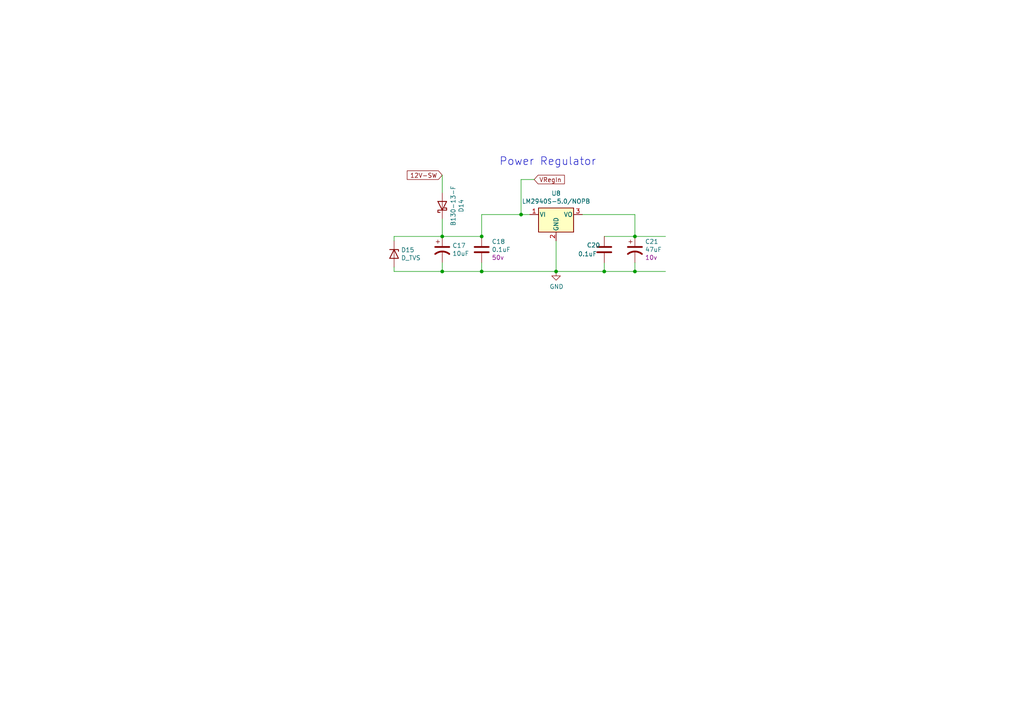
<source format=kicad_sch>
(kicad_sch (version 20211123) (generator eeschema)
  (paper "A4")
  (title_block (title "0.4") (date "2021-03-27") (rev "4d") (company "Speeduino"))
  (lib_symbols
    (symbol "Device:C" (pin_numbers hide) (pin_names (offset 0.254))
      (property "Reference" "C" (at 0.635 2.54 0))
      (property "Value" "C" (at 0.635 -2.54 0))
      (symbol "C_0_1"
        (polyline (pts (xy -2.032 -0.762) (xy 2.032 -0.762)) (stroke (width 0.508)))
        (polyline (pts (xy -2.032 0.762) (xy 2.032 0.762)) (stroke (width 0.508)))
      )
      (symbol "C_1_1"
        (pin passive line (at 0 3.81 270) (length 2.794) (name "~") (number "1"))
        (pin passive line (at 0 -3.81 90) (length 2.794) (name "~") (number "2"))
      )
    )
    (symbol "Device:D_Schottky" (pin_numbers hide) (pin_names (offset 1.016) hide)
      (property "Reference" "D" (at 0 2.54 0))
      (property "Value" "D_Schottky" (at 0 -2.54 0))
      (symbol "D_Schottky_0_1"
        (polyline (pts (xy 1.27 0) (xy -1.27 0)))
        (polyline (pts (xy 1.27 1.27) (xy 1.27 -1.27) (xy -1.27 0) (xy 1.27 1.27)) (stroke (width 0.254)))
        (polyline (pts (xy -1.905 0.635) (xy -1.905 1.27) (xy -1.27 1.27) (xy -1.27 -1.27) (xy -0.635 -1.27) (xy -0.635 -0.635)) (stroke (width 0.254)))
      )
      (symbol "D_Schottky_1_1"
        (pin passive line (at -3.81 0 0) (length 2.54) (name "K") (number "1"))
        (pin passive line (at 3.81 0 180) (length 2.54) (name "A") (number "2"))
      )
    )
    (symbol "Device:D_Zener" (pin_numbers hide) (pin_names (offset 1.016) hide)
      (property "Reference" "D" (at 0 2.54 0))
      (property "Value" "D_Zener" (at 0 -2.54 0))
      (symbol "D_Zener_0_1"
        (polyline (pts (xy 1.27 0) (xy -1.27 0)))
        (polyline (pts (xy -1.27 -1.27) (xy -1.27 1.27) (xy -0.762 1.27)) (stroke (width 0.254)))
        (polyline (pts (xy 1.27 -1.27) (xy 1.27 1.27) (xy -1.27 0) (xy 1.27 -1.27)) (stroke (width 0.254)))
      )
      (symbol "D_Zener_1_1"
        (pin passive line (at -3.81 0 0) (length 2.54) (name "K") (number "1"))
        (pin passive line (at 3.81 0 180) (length 2.54) (name "A") (number "2"))
      )
    )
    (symbol "Regulator_Linear:LM2937xS" (pin_names (offset 0.254))
      (property "Reference" "U" (at -3.81 3.175 0))
      (property "Value" "LM2937xS" (at 0 3.175 0))
      (symbol "LM2937xS_0_1"
        (rectangle (start -5.08 -5.08) (end 5.08 1.905) (stroke (width 0.254)) (fill (type background)))
      )
      (symbol "LM2937xS_1_1"
        (pin power_in line (at -7.62 0 0) (length 2.54) (name "VI") (number "1"))
        (pin power_in line (at 0 -7.62 90) (length 2.54) (name "GND") (number "2"))
        (pin power_out line (at 7.62 0 180) (length 2.54) (name "VO") (number "3"))
      )
    )
    (symbol "power:GND" (power) (pin_names (offset 0))
      (property "Value" "GND" (at 0 -3.81 0))
      (symbol "GND_0_1"
        (polyline (pts (xy 0 0) (xy 0 -1.27) (xy 1.27 -1.27) (xy 0 -2.54) (xy -1.27 -1.27) (xy 0 -1.27)))
      )
      (symbol "GND_1_1"
        (pin power_in line (at 0 0 270) (length 0) hide (name "GND") (number "1"))
      )
    )
    (symbol "v0.4.4d-rescue:CP1-Device" (pin_numbers hide) (pin_names (offset 0.254) hide)
      (property "Reference" "C" (at 0.635 2.54 0))
      (property "Value" "CP1-Device" (at 0.635 -2.54 0))
      (symbol "CP1-Device_0_1"
        (polyline (pts (xy -2.032 0.762) (xy 2.032 0.762)) (stroke (width 0.508)))
        (polyline (pts (xy -1.778 2.286) (xy -0.762 2.286)))
        (polyline (pts (xy -1.27 1.778) (xy -1.27 2.794)))
        (arc (start 2.032 -1.27) (mid 0 -0.5572) (end -2.032 -1.27) (stroke (width 0.508)))
      )
      (symbol "CP1-Device_1_1"
        (pin passive line (at 0 3.81 270) (length 2.794) (name "~") (number "1"))
        (pin passive line (at 0 -3.81 90) (length 3.302) (name "~") (number "2"))
      )
    )
  )
  (junction (at 128.27 78.74))
  (junction (at 139.7 68.58))
  (junction (at 184.15 68.58))
  (junction (at 184.15 78.74))
  (junction (at 151.13 62.23))
  (junction (at 161.29 78.74))
  (junction (at 128.27 68.58))
  (junction (at 139.7 78.74))
  (junction (at 175.26 78.74))
  (wire (pts (xy 128.27 78.74) (xy 139.7 78.74)))
  (wire (pts (xy 154.94 52.07) (xy 151.13 52.07)))
  (wire (pts (xy 114.3 78.74) (xy 114.3 77.47)))
  (wire (pts (xy 128.27 68.58) (xy 139.7 68.58)))
  (wire (pts (xy 184.15 62.23) (xy 184.15 68.58)))
  (wire (pts (xy 128.27 63.5) (xy 128.27 68.58)))
  (wire (pts (xy 128.27 50.8) (xy 128.27 55.88)))
  (wire (pts (xy 175.26 68.58) (xy 184.15 68.58)))
  (wire (pts (xy 128.27 76.2) (xy 128.27 78.74)))
  (wire (pts (xy 161.29 69.85) (xy 161.29 78.74)))
  (wire (pts (xy 151.13 52.07) (xy 151.13 62.23)))
  (wire (pts (xy 139.7 78.74) (xy 161.29 78.74)))
  (wire (pts (xy 114.3 68.58) (xy 128.27 68.58)))
  (wire (pts (xy 184.15 78.74) (xy 175.26 78.74)))
  (wire (pts (xy 184.15 76.2) (xy 184.15 78.74)))
  (wire (pts (xy 114.3 68.58) (xy 114.3 69.85)))
  (wire (pts (xy 168.91 62.23) (xy 184.15 62.23)))
  (wire (pts (xy 193.04 78.74) (xy 184.15 78.74)))
  (wire (pts (xy 193.04 68.58) (xy 184.15 68.58)))
  (wire (pts (xy 139.7 68.58) (xy 139.7 62.23)))
  (wire (pts (xy 139.7 76.2) (xy 139.7 78.74)))
  (wire (pts (xy 114.3 78.74) (xy 128.27 78.74)))
  (wire (pts (xy 175.26 76.2) (xy 175.26 78.74)))
  (wire (pts (xy 139.7 62.23) (xy 151.13 62.23)))
  (wire (pts (xy 153.67 62.23) (xy 151.13 62.23)))
  (wire (pts (xy 175.26 78.74) (xy 161.29 78.74)))
  (text "Power Regulator" (at 144.78 48.26 0) (effects (font (size 2.2606 2.2606)) (justify left bottom)))
  (global_label "VRegIn" (shape input) (at 154.94 52.07 0) (property "Intersheet References" "${INTERSHEET_REFS}" (effects hide)))
  (global_label "12V-SW" (shape input) (at 128.27 50.8 180) (property "Intersheet References" "${INTERSHEET_REFS}" (effects hide)))
  (symbol (lib_id "Device:C") (at 139.7 72.39 0) (unit 1)
    (property "Reference" "C18" (at 142.621 70.0786 0) (effects (justify left)))
    (property "Value" "0.1uF" (at 142.621 72.39 0) (effects (justify left)))
    (property "Footprint" "Capacitor_SMD:C_0805_2012Metric" (effects hide))
    (property "Voltage" "50v" (at 142.621 74.7014 0) (effects (justify left)))
    (property "Digikey Part Number" "311-1140-1-ND" (effects hide))
    (property "Manufacturer_Name" "Yageo" (effects hide))
    (property "Manufacturer_Part_Number" "CC0805KRX7R9BB104" (effects hide))
    (property "URL" "https://www.digikey.com.au/product-detail/en/yageo/CC0805KRX7R9BB104/311-1140-1-ND/303050" (effects hide))
    (property "JLCPCB" "C49678" (effects hide))
  )
  (symbol (lib_id "v0.4.4d-rescue:CP1-Device") (at 128.27 72.39 0) (unit 1)
    (property "Reference" "C17" (at 131.191 71.2216 0) (effects (justify left)))
    (property "Value" "10uF" (at 131.191 73.533 0) (effects (justify left)))
    (property "Footprint" "Capacitor_Tantalum_SMD:CP_EIA-7343-31_Kemet-D" (effects hide))
    (property "Voltage" "35v" (effects hide))
    (property "Digikey Part Number" "399-8361-1-ND" (effects hide))
    (property "Manufacturer_Name" "Kemet" (effects hide))
    (property "Manufacturer_Part_Number" "T491D106K050AT" (effects hide))
    (property "URL" "https://www.digikey.com/product-detail/en/kemet/T491D106K050AT/399-8361-1-ND/3472084" (effects hide))
    (property "JLCPCB" "C122299" (effects hide))
  )
  (symbol (lib_id "Device:D_Schottky") (at 128.27 59.69 90) (unit 1)
    (property "Reference" "D14" (at 133.7564 59.69 0))
    (property "Value" "B130-13-F" (at 131.445 59.69 0))
    (property "Footprint" "Diode_SMD:D_SMA" (effects hide))
    (property "Digikey Part Number" "B130-FDICT-ND" (effects hide))
    (property "Manufacturer_Name" "Diodes Inc" (effects hide))
    (property "Manufacturer_Part_Number" "B130-13-F" (effects hide))
    (property "URL" "https://www.digikey.com.au/product-detail/en/diodes-incorporated/B130-13-F/B130-FDICT-ND/815318" (effects hide))
    (property "JLCPCB" "C134423" (effects hide))
  )
  (symbol (lib_id "Device:C") (at 175.26 72.39 0) (unit 1)
    (property "Reference" "C20" (at 170.18 71.12 0) (effects (justify left)))
    (property "Value" "0.1uF" (at 167.64 73.66 0) (effects (justify left)))
    (property "Footprint" "Capacitor_SMD:C_0805_2012Metric" (effects hide))
    (property "Digikey Part Number" "311-1140-1-ND" (effects hide))
    (property "Manufacturer_Name" "Yageo" (effects hide))
    (property "Manufacturer_Part_Number" "CC0805KRX7R9BB104" (effects hide))
    (property "URL" "https://www.digikey.com.au/product-detail/en/yageo/CC0805KRX7R9BB104/311-1140-1-ND/303050" (effects hide))
    (property "JLCPCB" "C49678" (effects hide))
  )
  (symbol (lib_id "v0.4.4d-rescue:CP1-Device") (at 184.15 72.39 0) (unit 1)
    (property "Reference" "C21" (at 187.071 70.0786 0) (effects (justify left)))
    (property "Value" "47uF" (at 187.071 72.39 0) (effects (justify left)))
    (property "Footprint" "Capacitor_Tantalum_SMD:CP_EIA-3528-21_Kemet-B" (effects hide))
    (property "Voltage" "10v" (at 187.071 74.7014 0) (effects (justify left)))
    (property "Digikey Part Number" "478-1692-1-ND" (effects hide))
    (property "Manufacturer_Name" "AVX" (effects hide))
    (property "Manufacturer_Part_Number" "TAJB476K006RNJ" (effects hide))
    (property "URL" "https://www.digikey.com/product-detail/en/avx-corporation/TAJB476K006RNJ/478-1692-1-ND/564724" (effects hide))
    (property "JLCPCB" "C7207" (effects hide))
  )
  (symbol (lib_id "power:GND") (at 161.29 78.74 0) (unit 1)
    (property "Reference" "#PWR046" (effects hide))
    (property "Value" "GND" (at 161.417 83.1342 0))
  )
  (symbol (lib_id "Regulator_Linear:LM2937xS") (at 161.29 62.23 0) (unit 1)
    (property "Reference" "U8" (at 161.29 56.0832 0))
    (property "Value" "LM2940S-5.0/NOPB" (at 161.29 58.3946 0))
    (property "Footprint" "Package_TO_SOT_SMD:SOT-223" (effects hide))
    (property "Datasheet" "http://www.ti.com/lit/ds/symlink/lm2937.pdf" (effects hide))
    (property "TR PN" "LM2940SX-5.0/NOPB" (effects hide))
    (property "Tube PN" "LM2940S-5.0/NOPB" (effects hide))
    (property "Digikey Part Number" "LM2940S-5.0/NOPB-ND" (effects hide))
    (property "Manufacturer_Name" "TI" (effects hide))
    (property "Manufacturer_Part_Number" "LM2940S-5.0/NOPB" (effects hide))
    (property "URL" "https://www.digikey.com.au/products/en?keywords=LM2940S-5.0%2FNOPB" (effects hide))
    (property "JLCPCB" "C596334" (effects hide))
  )
  (symbol (lib_id "Device:D_Zener") (at 114.3 73.66 270) (unit 1)
    (property "Reference" "D15" (at 116.3066 72.4916 90) (effects (justify left)))
    (property "Value" "D_TVS" (at 116.3066 74.803 90) (effects (justify left)))
    (property "Footprint" "Diode_SMD:D_SMB" (effects hide))
    (property "Digikey Part Number" "SMBJ40A-QCT-ND" (effects hide))
    (property "Manufacturer_Name" "Bournes Inc." (effects hide))
    (property "Manufacturer_Part_Number" "SMBJ40A-Q" (effects hide))
    (property "JLCPCB" "C294881" (effects hide))
  )
)
</source>
